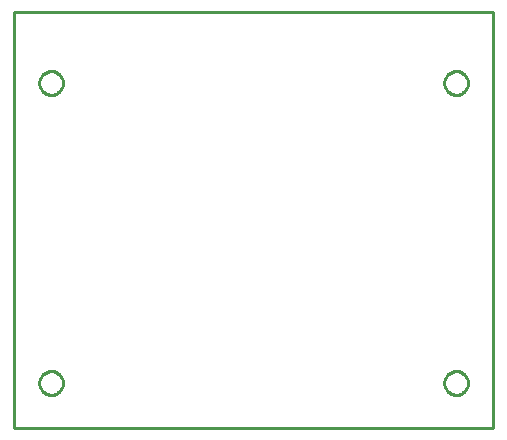
<source format=gbr>
G04 EAGLE Gerber RS-274X export*
G75*
%MOMM*%
%FSLAX34Y34*%
%LPD*%
%IN*%
%IPPOS*%
%AMOC8*
5,1,8,0,0,1.08239X$1,22.5*%
G01*
G04 Define Apertures*
%ADD10C,0.254000*%
D10*
X0Y0D02*
X406200Y0D01*
X406200Y352300D01*
X0Y352300D01*
X0Y0D01*
X41750Y37663D02*
X41674Y36794D01*
X41522Y35934D01*
X41296Y35090D01*
X40998Y34270D01*
X40629Y33478D01*
X40192Y32722D01*
X39691Y32007D01*
X39130Y31338D01*
X38512Y30720D01*
X37843Y30159D01*
X37128Y29658D01*
X36372Y29221D01*
X35580Y28852D01*
X34760Y28554D01*
X33916Y28328D01*
X33057Y28176D01*
X32187Y28100D01*
X31313Y28100D01*
X30444Y28176D01*
X29584Y28328D01*
X28740Y28554D01*
X27920Y28852D01*
X27128Y29221D01*
X26372Y29658D01*
X25657Y30159D01*
X24988Y30720D01*
X24370Y31338D01*
X23809Y32007D01*
X23308Y32722D01*
X22871Y33478D01*
X22502Y34270D01*
X22204Y35090D01*
X21978Y35934D01*
X21826Y36794D01*
X21750Y37663D01*
X21750Y38537D01*
X21826Y39407D01*
X21978Y40266D01*
X22204Y41110D01*
X22502Y41930D01*
X22871Y42722D01*
X23308Y43478D01*
X23809Y44193D01*
X24370Y44862D01*
X24988Y45480D01*
X25657Y46041D01*
X26372Y46542D01*
X27128Y46979D01*
X27920Y47348D01*
X28740Y47646D01*
X29584Y47872D01*
X30444Y48024D01*
X31313Y48100D01*
X32187Y48100D01*
X33057Y48024D01*
X33916Y47872D01*
X34760Y47646D01*
X35580Y47348D01*
X36372Y46979D01*
X37128Y46542D01*
X37843Y46041D01*
X38512Y45480D01*
X39130Y44862D01*
X39691Y44193D01*
X40192Y43478D01*
X40629Y42722D01*
X40998Y41930D01*
X41296Y41110D01*
X41522Y40266D01*
X41674Y39407D01*
X41750Y38537D01*
X41750Y37663D01*
X384650Y37663D02*
X384574Y36794D01*
X384422Y35934D01*
X384196Y35090D01*
X383898Y34270D01*
X383529Y33478D01*
X383092Y32722D01*
X382591Y32007D01*
X382030Y31338D01*
X381412Y30720D01*
X380743Y30159D01*
X380028Y29658D01*
X379272Y29221D01*
X378480Y28852D01*
X377660Y28554D01*
X376816Y28328D01*
X375957Y28176D01*
X375087Y28100D01*
X374213Y28100D01*
X373344Y28176D01*
X372484Y28328D01*
X371640Y28554D01*
X370820Y28852D01*
X370028Y29221D01*
X369272Y29658D01*
X368557Y30159D01*
X367888Y30720D01*
X367270Y31338D01*
X366709Y32007D01*
X366208Y32722D01*
X365771Y33478D01*
X365402Y34270D01*
X365104Y35090D01*
X364878Y35934D01*
X364726Y36794D01*
X364650Y37663D01*
X364650Y38537D01*
X364726Y39407D01*
X364878Y40266D01*
X365104Y41110D01*
X365402Y41930D01*
X365771Y42722D01*
X366208Y43478D01*
X366709Y44193D01*
X367270Y44862D01*
X367888Y45480D01*
X368557Y46041D01*
X369272Y46542D01*
X370028Y46979D01*
X370820Y47348D01*
X371640Y47646D01*
X372484Y47872D01*
X373344Y48024D01*
X374213Y48100D01*
X375087Y48100D01*
X375957Y48024D01*
X376816Y47872D01*
X377660Y47646D01*
X378480Y47348D01*
X379272Y46979D01*
X380028Y46542D01*
X380743Y46041D01*
X381412Y45480D01*
X382030Y44862D01*
X382591Y44193D01*
X383092Y43478D01*
X383529Y42722D01*
X383898Y41930D01*
X384196Y41110D01*
X384422Y40266D01*
X384574Y39407D01*
X384650Y38537D01*
X384650Y37663D01*
X384650Y291663D02*
X384574Y290794D01*
X384422Y289934D01*
X384196Y289090D01*
X383898Y288270D01*
X383529Y287478D01*
X383092Y286722D01*
X382591Y286007D01*
X382030Y285338D01*
X381412Y284720D01*
X380743Y284159D01*
X380028Y283658D01*
X379272Y283221D01*
X378480Y282852D01*
X377660Y282554D01*
X376816Y282328D01*
X375957Y282176D01*
X375087Y282100D01*
X374213Y282100D01*
X373344Y282176D01*
X372484Y282328D01*
X371640Y282554D01*
X370820Y282852D01*
X370028Y283221D01*
X369272Y283658D01*
X368557Y284159D01*
X367888Y284720D01*
X367270Y285338D01*
X366709Y286007D01*
X366208Y286722D01*
X365771Y287478D01*
X365402Y288270D01*
X365104Y289090D01*
X364878Y289934D01*
X364726Y290794D01*
X364650Y291663D01*
X364650Y292537D01*
X364726Y293407D01*
X364878Y294266D01*
X365104Y295110D01*
X365402Y295930D01*
X365771Y296722D01*
X366208Y297478D01*
X366709Y298193D01*
X367270Y298862D01*
X367888Y299480D01*
X368557Y300041D01*
X369272Y300542D01*
X370028Y300979D01*
X370820Y301348D01*
X371640Y301646D01*
X372484Y301872D01*
X373344Y302024D01*
X374213Y302100D01*
X375087Y302100D01*
X375957Y302024D01*
X376816Y301872D01*
X377660Y301646D01*
X378480Y301348D01*
X379272Y300979D01*
X380028Y300542D01*
X380743Y300041D01*
X381412Y299480D01*
X382030Y298862D01*
X382591Y298193D01*
X383092Y297478D01*
X383529Y296722D01*
X383898Y295930D01*
X384196Y295110D01*
X384422Y294266D01*
X384574Y293407D01*
X384650Y292537D01*
X384650Y291663D01*
X41750Y291663D02*
X41674Y290794D01*
X41522Y289934D01*
X41296Y289090D01*
X40998Y288270D01*
X40629Y287478D01*
X40192Y286722D01*
X39691Y286007D01*
X39130Y285338D01*
X38512Y284720D01*
X37843Y284159D01*
X37128Y283658D01*
X36372Y283221D01*
X35580Y282852D01*
X34760Y282554D01*
X33916Y282328D01*
X33057Y282176D01*
X32187Y282100D01*
X31313Y282100D01*
X30444Y282176D01*
X29584Y282328D01*
X28740Y282554D01*
X27920Y282852D01*
X27128Y283221D01*
X26372Y283658D01*
X25657Y284159D01*
X24988Y284720D01*
X24370Y285338D01*
X23809Y286007D01*
X23308Y286722D01*
X22871Y287478D01*
X22502Y288270D01*
X22204Y289090D01*
X21978Y289934D01*
X21826Y290794D01*
X21750Y291663D01*
X21750Y292537D01*
X21826Y293407D01*
X21978Y294266D01*
X22204Y295110D01*
X22502Y295930D01*
X22871Y296722D01*
X23308Y297478D01*
X23809Y298193D01*
X24370Y298862D01*
X24988Y299480D01*
X25657Y300041D01*
X26372Y300542D01*
X27128Y300979D01*
X27920Y301348D01*
X28740Y301646D01*
X29584Y301872D01*
X30444Y302024D01*
X31313Y302100D01*
X32187Y302100D01*
X33057Y302024D01*
X33916Y301872D01*
X34760Y301646D01*
X35580Y301348D01*
X36372Y300979D01*
X37128Y300542D01*
X37843Y300041D01*
X38512Y299480D01*
X39130Y298862D01*
X39691Y298193D01*
X40192Y297478D01*
X40629Y296722D01*
X40998Y295930D01*
X41296Y295110D01*
X41522Y294266D01*
X41674Y293407D01*
X41750Y292537D01*
X41750Y291663D01*
M02*

</source>
